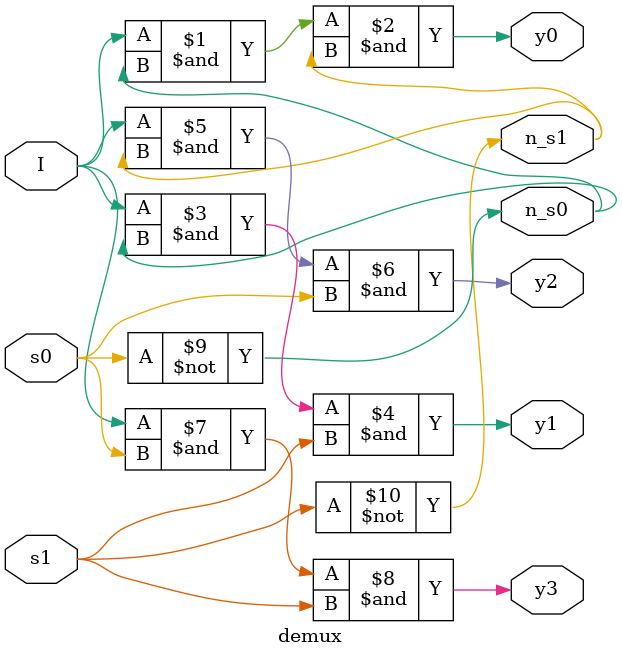
<source format=v>
`timescale 1ns / 1ps


module demux(I,y0,y1,y2,y3,s0,s1,n_s0,n_s1);

input I,s0,s1;
output y0,y1,y2,y3,n_s0,n_s1;

not(n_s0,s0);
not(n_s1,s1);

and(y0,I,n_s0,n_s1);
and(y1,I,n_s0,s1);
and(y2,I,n_s1,s0);
and(y3,I,s0,s1);

endmodule

</source>
